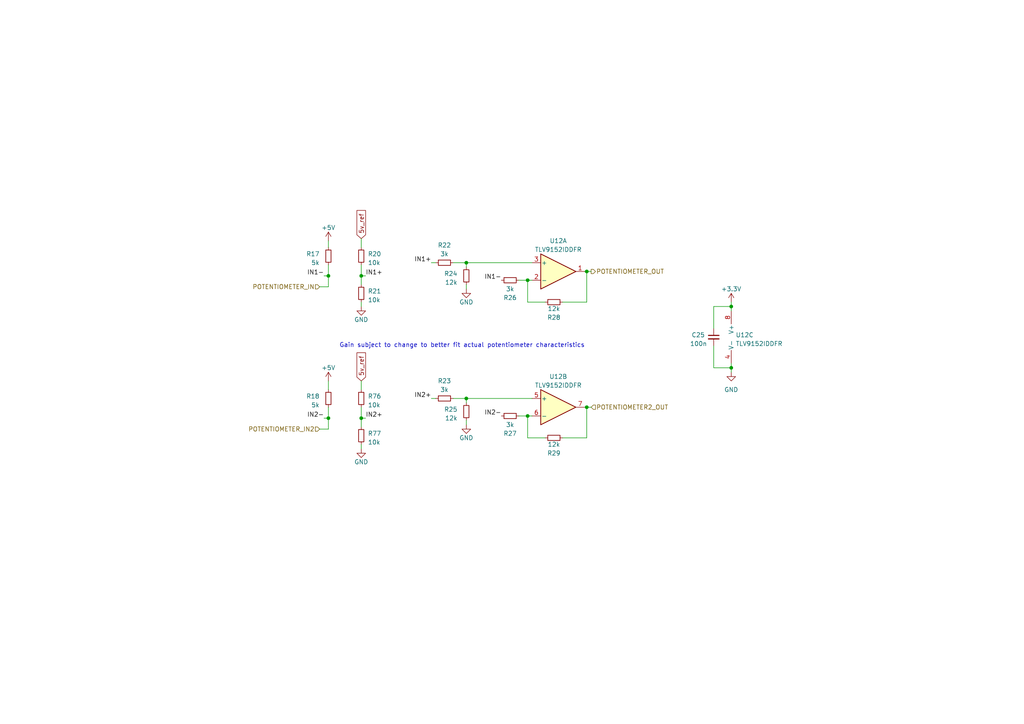
<source format=kicad_sch>
(kicad_sch (version 20230121) (generator eeschema)
  (paper "A4")
  (title_block (title "Suspension potentiometers") (date "2023-03-11") (rev "${REVISION}") (company "Author: Szymon Kostrubiec") (comment 1 "Reviewer:"))
  (lib_symbols
    (symbol "Amplifier_Operational:TLV9062" (pin_names (offset 0.127))
      (property "Reference" "U" (at 0 5.08 0))
      (property "Value" "TLV9062" (at 0 -5.08 0))
      (symbol "TLV9062_1_1"
        (polyline (pts (xy -5.08 5.08) (xy 5.08 0) (xy -5.08 -5.08) (xy -5.08 5.08)) (stroke (width 0.254)) (fill (type background)))
        (pin output line (at 7.62 0 180) (length 2.54) (name "~") (number "1"))
        (pin input line (at -7.62 -2.54 0) (length 2.54) (name "-") (number "2"))
        (pin input line (at -7.62 2.54 0) (length 2.54) (name "+") (number "3"))
      )
      (symbol "TLV9062_2_1"
        (polyline (pts (xy -5.08 5.08) (xy 5.08 0) (xy -5.08 -5.08) (xy -5.08 5.08)) (stroke (width 0.254)) (fill (type background)))
        (pin input line (at -7.62 2.54 0) (length 2.54) (name "+") (number "5"))
        (pin input line (at -7.62 -2.54 0) (length 2.54) (name "-") (number "6"))
        (pin output line (at 7.62 0 180) (length 2.54) (name "~") (number "7"))
      )
      (symbol "TLV9062_3_1"
        (pin power_in line (at -2.54 -7.62 90) (length 3.81) (name "V-") (number "4"))
        (pin power_in line (at -2.54 7.62 270) (length 3.81) (name "V+") (number "8"))
      )
    )
    (symbol "Device:C_Small" (pin_numbers hide) (pin_names (offset 0.254) hide)
      (property "Reference" "C" (at 0.254 1.778 0))
      (property "Value" "C_Small" (at 0.254 -2.032 0))
      (symbol "C_Small_0_1"
        (polyline (pts (xy -1.524 -0.508) (xy 1.524 -0.508)) (stroke (width 0.3302)))
        (polyline (pts (xy -1.524 0.508) (xy 1.524 0.508)) (stroke (width 0.3048)))
      )
      (symbol "C_Small_1_1"
        (pin passive line (at 0 2.54 270) (length 2.032) (name "~") (number "1"))
        (pin passive line (at 0 -2.54 90) (length 2.032) (name "~") (number "2"))
      )
    )
    (symbol "Device:R_Small" (pin_numbers hide) (pin_names (offset 0.254) hide)
      (property "Reference" "R" (at 0.762 0.508 0))
      (property "Value" "R_Small" (at 0.762 -1.016 0))
      (symbol "R_Small_0_1"
        (rectangle (start -0.762 1.778) (end 0.762 -1.778) (stroke (width 0.2032)))
      )
      (symbol "R_Small_1_1"
        (pin passive line (at 0 2.54 270) (length 0.762) (name "~") (number "1"))
        (pin passive line (at 0 -2.54 90) (length 0.762) (name "~") (number "2"))
      )
    )
    (symbol "power:+3.3V" (power) (pin_names (offset 0))
      (property "Value" "+3.3V" (at 0 3.556 0))
      (symbol "+3.3V_0_1"
        (polyline (pts (xy -0.762 1.27) (xy 0 2.54)))
        (polyline (pts (xy 0 0) (xy 0 2.54)))
        (polyline (pts (xy 0 2.54) (xy 0.762 1.27)))
      )
      (symbol "+3.3V_1_1"
        (pin power_in line (at 0 0 90) (length 0) hide (name "+3.3V") (number "1"))
      )
    )
    (symbol "power:+5V" (power) (pin_names (offset 0))
      (property "Value" "+5V" (at 0 3.556 0))
      (symbol "+5V_0_1"
        (polyline (pts (xy -0.762 1.27) (xy 0 2.54)))
        (polyline (pts (xy 0 0) (xy 0 2.54)))
        (polyline (pts (xy 0 2.54) (xy 0.762 1.27)))
      )
      (symbol "+5V_1_1"
        (pin power_in line (at 0 0 90) (length 0) hide (name "+5V") (number "1"))
      )
    )
    (symbol "power:GND" (power) (pin_names (offset 0))
      (property "Value" "GND" (at 0 -3.81 0))
      (symbol "GND_0_1"
        (polyline (pts (xy 0 0) (xy 0 -1.27) (xy 1.27 -1.27) (xy 0 -2.54) (xy -1.27 -1.27) (xy 0 -1.27)))
      )
      (symbol "GND_1_1"
        (pin power_in line (at 0 0 270) (length 0) hide (name "GND") (number "1"))
      )
    )
  )
  (junction (at 170.18 78.74))
  (junction (at 104.775 80.01))
  (junction (at 170.18 118.11))
  (junction (at 135.255 76.2))
  (junction (at 95.25 121.285))
  (junction (at 212.09 88.9))
  (junction (at 153.035 120.65))
  (junction (at 95.25 80.01))
  (junction (at 104.775 121.285))
  (junction (at 212.09 106.68))
  (junction (at 153.035 81.28))
  (junction (at 135.255 115.57))
  (wire (pts (xy 163.195 127) (xy 170.18 127)))
  (wire (pts (xy 95.25 121.285) (xy 95.25 124.46)))
  (wire (pts (xy 104.775 128.905) (xy 104.775 130.175)))
  (wire (pts (xy 95.25 124.46) (xy 92.71 124.46)))
  (wire (pts (xy 207.01 100.33) (xy 207.01 106.68)))
  (wire (pts (xy 153.035 81.28) (xy 154.305 81.28)))
  (wire (pts (xy 150.495 120.65) (xy 153.035 120.65)))
  (wire (pts (xy 135.255 115.57) (xy 135.255 116.84)))
  (wire (pts (xy 131.445 115.57) (xy 135.255 115.57)))
  (wire (pts (xy 104.775 121.285) (xy 104.775 123.825)))
  (wire (pts (xy 170.18 78.74) (xy 171.45 78.74)))
  (wire (pts (xy 170.18 127) (xy 170.18 118.11)))
  (wire (pts (xy 104.775 110.49) (xy 104.775 113.03)))
  (wire (pts (xy 169.545 118.11) (xy 170.18 118.11)))
  (wire (pts (xy 95.25 69.85) (xy 95.25 71.755)))
  (wire (pts (xy 153.035 120.65) (xy 154.305 120.65)))
  (wire (pts (xy 158.115 127) (xy 153.035 127)))
  (wire (pts (xy 95.25 76.835) (xy 95.25 80.01)))
  (wire (pts (xy 135.255 121.92) (xy 135.255 123.19)))
  (wire (pts (xy 169.545 78.74) (xy 170.18 78.74)))
  (wire (pts (xy 212.09 106.68) (xy 212.09 107.95)))
  (wire (pts (xy 153.035 87.63) (xy 153.035 81.28)))
  (wire (pts (xy 207.01 106.68) (xy 212.09 106.68)))
  (wire (pts (xy 125.095 76.2) (xy 126.365 76.2)))
  (wire (pts (xy 104.775 118.11) (xy 104.775 121.285)))
  (wire (pts (xy 153.035 127) (xy 153.035 120.65)))
  (wire (pts (xy 163.195 87.63) (xy 170.18 87.63)))
  (wire (pts (xy 212.09 88.9) (xy 212.09 90.17)))
  (wire (pts (xy 95.25 118.11) (xy 95.25 121.285)))
  (wire (pts (xy 135.255 82.55) (xy 135.255 83.82)))
  (wire (pts (xy 104.775 80.01) (xy 104.775 82.55)))
  (wire (pts (xy 104.775 69.215) (xy 104.775 71.755)))
  (wire (pts (xy 125.095 115.57) (xy 126.365 115.57)))
  (wire (pts (xy 207.01 88.9) (xy 212.09 88.9)))
  (wire (pts (xy 158.115 87.63) (xy 153.035 87.63)))
  (wire (pts (xy 95.25 83.185) (xy 92.71 83.185)))
  (wire (pts (xy 93.98 121.285) (xy 95.25 121.285)))
  (wire (pts (xy 104.775 76.835) (xy 104.775 80.01)))
  (wire (pts (xy 135.255 76.2) (xy 135.255 77.47)))
  (wire (pts (xy 95.25 110.49) (xy 95.25 113.03)))
  (wire (pts (xy 104.775 80.01) (xy 106.045 80.01)))
  (wire (pts (xy 212.09 106.68) (xy 212.09 105.41)))
  (wire (pts (xy 131.445 76.2) (xy 135.255 76.2)))
  (wire (pts (xy 212.09 87.63) (xy 212.09 88.9)))
  (wire (pts (xy 207.01 95.25) (xy 207.01 88.9)))
  (wire (pts (xy 170.18 87.63) (xy 170.18 78.74)))
  (wire (pts (xy 95.25 80.01) (xy 95.25 83.185)))
  (wire (pts (xy 150.495 81.28) (xy 153.035 81.28)))
  (wire (pts (xy 135.255 115.57) (xy 154.305 115.57)))
  (wire (pts (xy 104.775 121.285) (xy 106.045 121.285)))
  (wire (pts (xy 135.255 76.2) (xy 154.305 76.2)))
  (wire (pts (xy 93.98 80.01) (xy 95.25 80.01)))
  (wire (pts (xy 104.775 87.63) (xy 104.775 88.9)))
  (wire (pts (xy 170.18 118.11) (xy 171.45 118.11)))
  (text "Gain subject to change to better fit actual potentiometer characteristics" (at 98.425 100.965 0) (effects (font (size 1.27 1.27)) (justify left bottom)))
  (label "IN2-" (at 145.415 120.65 180))
  (label "IN2-" (at 93.98 121.285 180))
  (label "IN2+" (at 125.095 115.57 180))
  (label "IN1-" (at 145.415 81.28 180))
  (label "IN1-" (at 93.98 80.01 180))
  (label "IN1+" (at 125.095 76.2 180))
  (label "IN2+" (at 106.045 121.285 0))
  (label "IN1+" (at 106.045 80.01 0))
  (global_label "5v_ref" (shape input) (at 104.775 69.215 90) (property "Intersheetrefs" "${INTERSHEET_REFS}" (effects hide)))
  (global_label "5v_ref" (shape input) (at 104.775 110.49 90) (property "Intersheetrefs" "${INTERSHEET_REFS}" (effects hide)))
  (hierarchical_label "POTENTIOMETER_IN" (shape input) (at 92.71 83.185 180))
  (hierarchical_label "POTENTIOMETER_OUT" (shape output) (at 171.45 78.74 0))
  (hierarchical_label "POTENTIOMETER_IN2" (shape input) (at 92.71 124.46 180))
  (hierarchical_label "POTENTIOMETER2_OUT" (shape input) (at 171.45 118.11 0))
  (symbol (lib_id "power:+5V") (at 95.25 69.85 0) (unit 1)
    (property "Reference" "#PWR084" (effects hide))
    (property "Value" "+5V" (at 95.25 66.04 0))
  )
  (symbol (lib_id "Device:R_Small") (at 104.775 85.09 0) (unit 1)
    (property "Reference" "R21" (at 106.68 84.455 0) (effects (justify left)))
    (property "Value" "10k" (at 106.68 86.995 0) (effects (justify left)))
    (property "Footprint" "Resistor_SMD:R_0402_1005Metric" (effects hide))
  )
  (symbol (lib_id "power:GND") (at 135.255 83.82 0) (unit 1)
    (property "Reference" "#PWR088" (effects hide))
    (property "Value" "GND" (at 135.255 87.63 0))
  )
  (symbol (lib_id "Device:R_Small") (at 160.655 127 90) (mirror x) (unit 1)
    (property "Reference" "R29" (at 160.655 131.445 90))
    (property "Value" "12k" (at 160.655 128.905 90))
    (property "Footprint" "Resistor_SMD:R_0402_1005Metric" (effects hide))
  )
  (symbol (lib_id "power:GND") (at 104.775 130.175 0) (unit 1)
    (property "Reference" "#PWR0133" (effects hide))
    (property "Value" "GND" (at 104.775 133.985 0))
  )
  (symbol (lib_id "Device:R_Small") (at 95.25 115.57 0) (mirror y) (unit 1)
    (property "Reference" "R18" (at 92.71 114.935 0) (effects (justify left)))
    (property "Value" "5k" (at 92.71 117.475 0) (effects (justify left)))
    (property "Footprint" "Resistor_SMD:R_0402_1005Metric" (effects hide))
  )
  (symbol (lib_id "Amplifier_Operational:TLV9062") (at 161.925 118.11 0) (unit 2)
    (property "Reference" "U12" (at 161.925 109.22 0))
    (property "Value" "TLV9152IDDFR" (at 161.925 111.76 0))
    (property "Footprint" "Package_TO_SOT_SMD:TSOT-23-8_HandSoldering" (effects hide))
    (property "Datasheet" "https://www.ti.com/lit/ds/symlink/tlv9151.pdf?HQS=dis-mous-null-mousermode-dsf-pf-null-wwe&ts=1677335283651&ref_url=https%253A%252F%252Fwww.mouser.pl%252F" (effects hide))
  )
  (symbol (lib_id "power:GND") (at 104.775 88.9 0) (unit 1)
    (property "Reference" "#PWR055" (effects hide))
    (property "Value" "GND" (at 104.775 92.71 0))
  )
  (symbol (lib_id "Amplifier_Operational:TLV9062") (at 214.63 97.79 0) (unit 3)
    (property "Reference" "U12" (at 213.36 97.155 0) (effects (justify left)))
    (property "Value" "TLV9152IDDFR" (at 213.36 99.695 0) (effects (justify left)))
    (property "Footprint" "Package_TO_SOT_SMD:TSOT-23-8_HandSoldering" (effects hide))
    (property "Datasheet" "https://www.ti.com/lit/ds/symlink/tlv9151.pdf?HQS=dis-mous-null-mousermode-dsf-pf-null-wwe&ts=1677335283651&ref_url=https%253A%252F%252Fwww.mouser.pl%252F" (effects hide))
  )
  (symbol (lib_id "Device:R_Small") (at 128.905 76.2 90) (unit 1)
    (property "Reference" "R22" (at 128.905 71.12 90))
    (property "Value" "3k" (at 128.905 73.66 90))
    (property "Footprint" "Resistor_SMD:R_0402_1005Metric" (effects hide))
  )
  (symbol (lib_id "Device:R_Small") (at 147.955 81.28 90) (mirror x) (unit 1)
    (property "Reference" "R26" (at 147.955 86.36 90))
    (property "Value" "3k" (at 147.955 83.82 90))
    (property "Footprint" "Resistor_SMD:R_0402_1005Metric" (effects hide))
  )
  (symbol (lib_id "Device:C_Small") (at 207.01 97.79 0) (mirror y) (unit 1)
    (property "Reference" "C25" (at 204.47 97.155 0) (effects (justify left)))
    (property "Value" "100n" (at 205.105 99.695 0) (effects (justify left)))
    (property "Footprint" "Capacitor_SMD:C_0402_1005Metric_Pad0.74x0.62mm_HandSolder" (effects hide))
  )
  (symbol (lib_id "Device:R_Small") (at 160.655 87.63 90) (mirror x) (unit 1)
    (property "Reference" "R28" (at 160.655 92.075 90))
    (property "Value" "12k" (at 160.655 89.535 90))
    (property "Footprint" "Resistor_SMD:R_0402_1005Metric" (effects hide))
  )
  (symbol (lib_id "power:GND") (at 135.255 123.19 0) (unit 1)
    (property "Reference" "#PWR089" (effects hide))
    (property "Value" "GND" (at 135.255 127 0))
  )
  (symbol (lib_id "Device:R_Small") (at 104.775 126.365 0) (unit 1)
    (property "Reference" "R77" (at 106.68 125.73 0) (effects (justify left)))
    (property "Value" "10k" (at 106.68 128.27 0) (effects (justify left)))
    (property "Footprint" "Resistor_SMD:R_0402_1005Metric" (effects hide))
  )
  (symbol (lib_id "Device:R_Small") (at 95.25 74.295 0) (mirror y) (unit 1)
    (property "Reference" "R17" (at 92.71 73.66 0) (effects (justify left)))
    (property "Value" "5k" (at 92.71 76.2 0) (effects (justify left)))
    (property "Footprint" "Resistor_SMD:R_0402_1005Metric" (effects hide))
  )
  (symbol (lib_id "power:+5V") (at 95.25 110.49 0) (unit 1)
    (property "Reference" "#PWR085" (effects hide))
    (property "Value" "+5V" (at 95.25 106.68 0))
  )
  (symbol (lib_id "Device:R_Small") (at 104.775 115.57 0) (unit 1)
    (property "Reference" "R76" (at 106.68 114.935 0) (effects (justify left)))
    (property "Value" "10k" (at 106.68 117.475 0) (effects (justify left)))
    (property "Footprint" "Resistor_SMD:R_0402_1005Metric" (effects hide))
  )
  (symbol (lib_id "Device:R_Small") (at 128.905 115.57 90) (unit 1)
    (property "Reference" "R23" (at 128.905 110.49 90))
    (property "Value" "3k" (at 128.905 113.03 90))
    (property "Footprint" "Resistor_SMD:R_0402_1005Metric" (effects hide))
  )
  (symbol (lib_id "Device:R_Small") (at 135.255 119.38 0) (mirror x) (unit 1)
    (property "Reference" "R25" (at 132.715 118.745 0) (effects (justify right)))
    (property "Value" "12k" (at 132.715 121.285 0) (effects (justify right)))
    (property "Footprint" "Resistor_SMD:R_0402_1005Metric" (effects hide))
  )
  (symbol (lib_id "Device:R_Small") (at 135.255 80.01 0) (mirror x) (unit 1)
    (property "Reference" "R24" (at 132.715 79.375 0) (effects (justify right)))
    (property "Value" "12k" (at 132.715 81.915 0) (effects (justify right)))
    (property "Footprint" "Resistor_SMD:R_0402_1005Metric" (effects hide))
  )
  (symbol (lib_id "Device:R_Small") (at 147.955 120.65 90) (mirror x) (unit 1)
    (property "Reference" "R27" (at 147.955 125.73 90))
    (property "Value" "3k" (at 147.955 123.19 90))
    (property "Footprint" "Resistor_SMD:R_0402_1005Metric" (effects hide))
  )
  (symbol (lib_id "power:+3.3V") (at 212.09 87.63 0) (unit 1)
    (property "Reference" "#PWR086" (effects hide))
    (property "Value" "+3.3V" (at 212.09 83.82 0))
  )
  (symbol (lib_id "power:GND") (at 212.09 107.95 0) (unit 1)
    (property "Reference" "#PWR091" (effects hide))
    (property "Value" "GND" (at 212.09 113.03 0))
  )
  (symbol (lib_id "Device:R_Small") (at 104.775 74.295 0) (unit 1)
    (property "Reference" "R20" (at 106.68 73.66 0) (effects (justify left)))
    (property "Value" "10k" (at 106.68 76.2 0) (effects (justify left)))
    (property "Footprint" "Resistor_SMD:R_0402_1005Metric" (effects hide))
  )
  (symbol (lib_id "Amplifier_Operational:TLV9062") (at 161.925 78.74 0) (unit 1)
    (property "Reference" "U12" (at 161.925 69.85 0))
    (property "Value" "TLV9152IDDFR" (at 161.925 72.39 0))
    (property "Footprint" "Package_TO_SOT_SMD:TSOT-23-8_HandSoldering" (effects hide))
    (property "Datasheet" "https://www.ti.com/lit/ds/symlink/tlv9151.pdf?HQS=dis-mous-null-mousermode-dsf-pf-null-wwe&ts=1677335283651&ref_url=https%253A%252F%252Fwww.mouser.pl%252F" (effects hide))
  )
)
</source>
